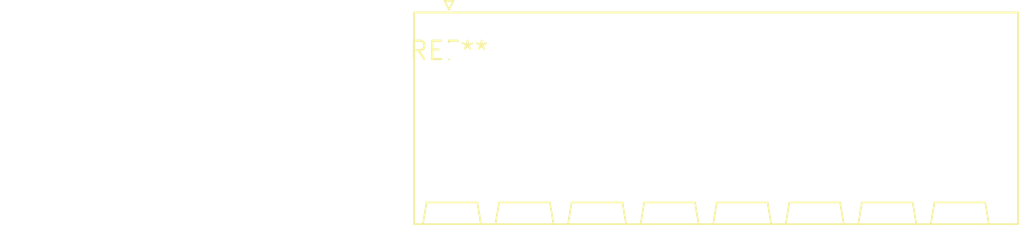
<source format=kicad_pcb>
(kicad_pcb (version 20240108) (generator pcbnew)
  (layers (0 "F.Cu" signal) (31 "B.Cu" signal) (34 "B.Paste" user) (35 "F.Paste" user) (36 "B.SilkS" user "B.Silkscreen") (37 "F.SilkS" user "F.Silkscreen") (38 "B.Mask" user) (39 "F.Mask" user) (44 "Edge.Cuts" user))
  (net 0 "")
  (footprint "PhoenixContact_SPT_2.5_8-H-5.0-EX_1x08_P5.0mm_Horizontal" (layer "F.Cu") (at 0 0)
    (property "Reference" "REF**")
    (property "Value" "PhoenixContact_SPT_2.5_8-H-5.0-EX_1x08_P5.0mm_Horizontal")
    (fp_line (start -2.41 -2.64) (end 39.21 -2.64) (layer "F.SilkS") (stroke (width 0.12)))
    (fp_line (start -2.41 11.98) (end -2.41 -2.64) (layer "F.SilkS") (stroke (width 0.12)))
    (fp_line (start -1.8 11.98) (end -1.55 10.48) (layer "F.SilkS") (stroke (width 0.12)))
    (fp_line (start -1.55 10.48) (end 1.95 10.48) (layer "F.SilkS") (stroke (width 0.12)))
    (fp_line (start -0.3 -3.44) (end 0 -2.84) (layer "F.SilkS") (stroke (width 0.12)))
    (fp_line (start -0.3 -3.44) (end 0.3 -3.44) (layer "F.SilkS") (stroke (width 0.12)))
    (fp_line (start 0.3 -3.44) (end 0 -2.84) (layer "F.SilkS") (stroke (width 0.12)))
    (fp_line (start 2.2 11.98) (end 1.95 10.48) (layer "F.SilkS") (stroke (width 0.12)))
    (fp_line (start 3.2 11.98) (end 3.45 10.48) (layer "F.SilkS") (stroke (width 0.12)))
    (fp_line (start 3.45 10.48) (end 6.95 10.48) (layer "F.SilkS") (stroke (width 0.12)))
    (fp_line (start 7.2 11.98) (end 6.95 10.48) (layer "F.SilkS") (stroke (width 0.12)))
    (fp_line (start 8.2 11.98) (end 8.45 10.48) (layer "F.SilkS") (stroke (width 0.12)))
    (fp_line (start 8.45 10.48) (end 11.95 10.48) (layer "F.SilkS") (stroke (width 0.12)))
    (fp_line (start 12.2 11.98) (end 11.95 10.48) (layer "F.SilkS") (stroke (width 0.12)))
    (fp_line (start 13.2 11.98) (end 13.45 10.48) (layer "F.SilkS") (stroke (width 0.12)))
    (fp_line (start 13.45 10.48) (end 16.95 10.48) (layer "F.SilkS") (stroke (width 0.12)))
    (fp_line (start 17.2 11.98) (end 16.95 10.48) (layer "F.SilkS") (stroke (width 0.12)))
    (fp_line (start 18.2 11.98) (end 18.45 10.48) (layer "F.SilkS") (stroke (width 0.12)))
    (fp_line (start 18.45 10.48) (end 21.95 10.48) (layer "F.SilkS") (stroke (width 0.12)))
    (fp_line (start 22.2 11.98) (end 21.95 10.48) (layer "F.SilkS") (stroke (width 0.12)))
    (fp_line (start 23.2 11.98) (end 23.45 10.48) (layer "F.SilkS") (stroke (width 0.12)))
    (fp_line (start 23.45 10.48) (end 26.95 10.48) (layer "F.SilkS") (stroke (width 0.12)))
    (fp_line (start 27.2 11.98) (end 26.95 10.48) (layer "F.SilkS") (stroke (width 0.12)))
    (fp_line (start 28.2 11.98) (end 28.45 10.48) (layer "F.SilkS") (stroke (width 0.12)))
    (fp_line (start 28.45 10.48) (end 31.95 10.48) (layer "F.SilkS") (stroke (width 0.12)))
    (fp_line (start 32.2 11.98) (end 31.95 10.48) (layer "F.SilkS") (stroke (width 0.12)))
    (fp_line (start 33.2 11.98) (end 33.45 10.48) (layer "F.SilkS") (stroke (width 0.12)))
    (fp_line (start 33.45 10.48) (end 36.95 10.48) (layer "F.SilkS") (stroke (width 0.12)))
    (fp_line (start 37.2 11.98) (end 36.95 10.48) (layer "F.SilkS") (stroke (width 0.12)))
    (fp_line (start 39.21 -2.64) (end 39.21 11.98) (layer "F.SilkS") (stroke (width 0.12)))
    (fp_line (start 39.21 11.98) (end -2.41 11.98) (layer "F.SilkS") (stroke (width 0.12)))
    (pad "1" thru_hole roundrect (at 0 0) (size 1.8 3.3) (drill 1.1) (layers *.Cu *.Mask) (remove_unused_layers) (roundrect_rratio 0.138889))
    (pad "1" thru_hole roundrect (at 0 8.2) (size 1.8 3.3) (drill 1.1) (layers *.Cu *.Mask) (remove_unused_layers) (roundrect_rratio 0.138889))
    (pad "2" thru_hole oval (at 5 0) (size 1.8 3.3) (drill 1.1) (layers *.Cu *.Mask) (remove_unused_layers))
    (pad "2" thru_hole oval (at 5 8.2) (size 1.8 3.3) (drill 1.1) (layers *.Cu *.Mask) (remove_unused_layers))
    (pad "3" thru_hole oval (at 10 0) (size 1.8 3.3) (drill 1.1) (layers *.Cu *.Mask) (remove_unused_layers))
    (pad "3" thru_hole oval (at 10 8.2) (size 1.8 3.3) (drill 1.1) (layers *.Cu *.Mask) (remove_unused_layers))
    (pad "4" thru_hole oval (at 15 0) (size 1.8 3.3) (drill 1.1) (layers *.Cu *.Mask) (remove_unused_layers))
    (pad "4" thru_hole oval (at 15 8.2) (size 1.8 3.3) (drill 1.1) (layers *.Cu *.Mask) (remove_unused_layers))
    (pad "5" thru_hole oval (at 20 0) (size 1.8 3.3) (drill 1.1) (layers *.Cu *.Mask) (remove_unused_layers))
    (pad "5" thru_hole oval (at 20 8.2) (size 1.8 3.3) (drill 1.1) (layers *.Cu *.Mask) (remove_unused_layers))
    (pad "6" thru_hole oval (at 25 0) (size 1.8 3.3) (drill 1.1) (layers *.Cu *.Mask) (remove_unused_layers))
    (pad "6" thru_hole oval (at 25 8.2) (size 1.8 3.3) (drill 1.1) (layers *.Cu *.Mask) (remove_unused_layers))
    (pad "7" thru_hole oval (at 30 0) (size 1.8 3.3) (drill 1.1) (layers *.Cu *.Mask) (remove_unused_layers))
    (pad "7" thru_hole oval (at 30 8.2) (size 1.8 3.3) (drill 1.1) (layers *.Cu *.Mask) (remove_unused_layers))
    (pad "8" thru_hole oval (at 35 0) (size 1.8 3.3) (drill 1.1) (layers *.Cu *.Mask) (remove_unused_layers))
    (pad "8" thru_hole oval (at 35 8.2) (size 1.8 3.3) (drill 1.1) (layers *.Cu *.Mask) (remove_unused_layers))
  )
)
</source>
